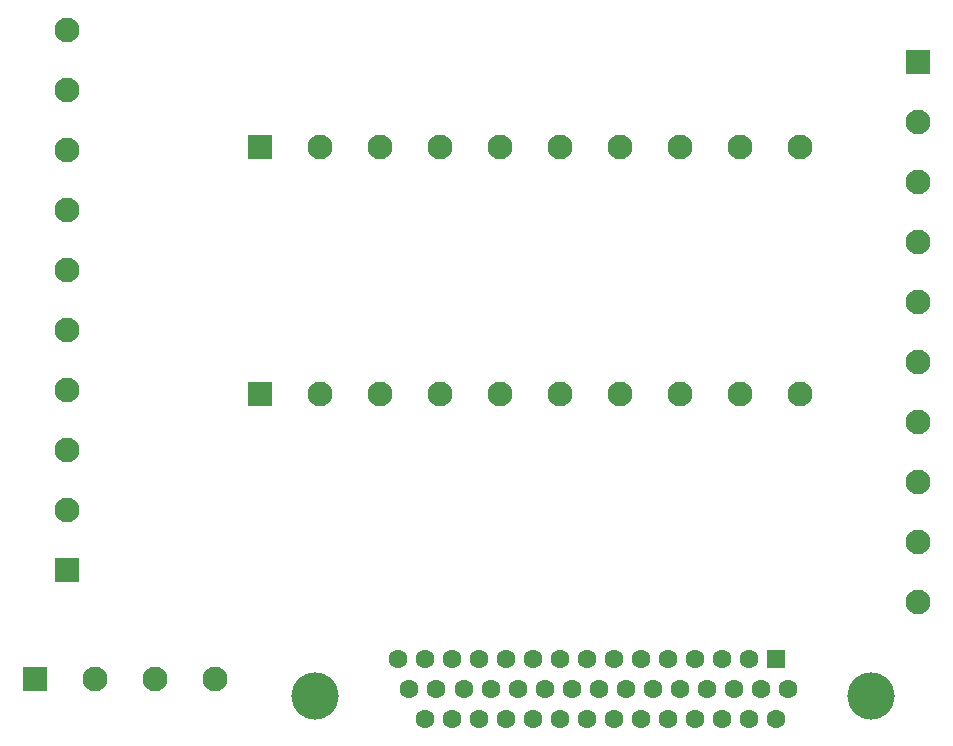
<source format=gbs>
G04 #@! TF.GenerationSoftware,KiCad,Pcbnew,9.0.4*
G04 #@! TF.CreationDate,2025-12-21T19:52:19-05:00*
G04 #@! TF.ProjectId,DB44_breakout,44423434-5f62-4726-9561-6b6f75742e6b,rev?*
G04 #@! TF.SameCoordinates,Original*
G04 #@! TF.FileFunction,Soldermask,Bot*
G04 #@! TF.FilePolarity,Negative*
%FSLAX46Y46*%
G04 Gerber Fmt 4.6, Leading zero omitted, Abs format (unit mm)*
G04 Created by KiCad (PCBNEW 9.0.4) date 2025-12-21 19:52:19*
%MOMM*%
%LPD*%
G01*
G04 APERTURE LIST*
G04 Aperture macros list*
%AMRoundRect*
0 Rectangle with rounded corners*
0 $1 Rounding radius*
0 $2 $3 $4 $5 $6 $7 $8 $9 X,Y pos of 4 corners*
0 Add a 4 corners polygon primitive as box body*
4,1,4,$2,$3,$4,$5,$6,$7,$8,$9,$2,$3,0*
0 Add four circle primitives for the rounded corners*
1,1,$1+$1,$2,$3*
1,1,$1+$1,$4,$5*
1,1,$1+$1,$6,$7*
1,1,$1+$1,$8,$9*
0 Add four rect primitives between the rounded corners*
20,1,$1+$1,$2,$3,$4,$5,0*
20,1,$1+$1,$4,$5,$6,$7,0*
20,1,$1+$1,$6,$7,$8,$9,0*
20,1,$1+$1,$8,$9,$2,$3,0*%
G04 Aperture macros list end*
%ADD10RoundRect,0.250001X-0.799999X-0.799999X0.799999X-0.799999X0.799999X0.799999X-0.799999X0.799999X0*%
%ADD11C,2.100000*%
%ADD12RoundRect,0.250001X0.799999X-0.799999X0.799999X0.799999X-0.799999X0.799999X-0.799999X-0.799999X0*%
%ADD13RoundRect,0.250001X-0.799999X0.799999X-0.799999X-0.799999X0.799999X-0.799999X0.799999X0.799999X0*%
%ADD14C,4.000000*%
%ADD15R,1.600000X1.600000*%
%ADD16C,1.600000*%
G04 APERTURE END LIST*
D10*
X116260000Y-60500000D03*
D11*
X121340000Y-60500000D03*
X126420000Y-60500000D03*
X131500000Y-60500000D03*
X136580000Y-60500000D03*
X141660000Y-60500000D03*
X146740000Y-60500000D03*
X151820000Y-60500000D03*
X156900000Y-60500000D03*
X161980000Y-60500000D03*
D10*
X97260000Y-105500000D03*
D11*
X102340000Y-105500000D03*
X107420000Y-105500000D03*
X112500000Y-105500000D03*
D12*
X100000000Y-96320000D03*
D11*
X100000000Y-91240000D03*
X100000000Y-86160000D03*
X100000000Y-81080000D03*
X100000000Y-76000000D03*
X100000000Y-70920000D03*
X100000000Y-65840000D03*
X100000000Y-60760000D03*
X100000000Y-55680000D03*
X100000000Y-50600000D03*
D13*
X172000000Y-53270000D03*
D11*
X172000000Y-58350000D03*
X172000000Y-63430000D03*
X172000000Y-68510000D03*
X172000000Y-73590000D03*
X172000000Y-78670000D03*
X172000000Y-83750000D03*
X172000000Y-88830000D03*
X172000000Y-93910000D03*
X172000000Y-98990000D03*
D14*
X120940000Y-106990000D03*
X168040000Y-106990000D03*
D15*
X160015000Y-103850000D03*
D16*
X157725000Y-103850000D03*
X155435000Y-103850000D03*
X153145000Y-103850000D03*
X150855000Y-103850000D03*
X148565000Y-103850000D03*
X146275000Y-103850000D03*
X143985000Y-103850000D03*
X141695000Y-103850000D03*
X139405000Y-103850000D03*
X137115000Y-103850000D03*
X134825000Y-103850000D03*
X132535000Y-103850000D03*
X130245000Y-103850000D03*
X127955000Y-103850000D03*
X161015000Y-106350000D03*
X158725000Y-106350000D03*
X156435000Y-106350000D03*
X154145000Y-106350000D03*
X151855000Y-106350000D03*
X149565000Y-106350000D03*
X147275000Y-106350000D03*
X144985000Y-106350000D03*
X142695000Y-106350000D03*
X140405000Y-106350000D03*
X138115000Y-106350000D03*
X135825000Y-106350000D03*
X133535000Y-106350000D03*
X131245000Y-106350000D03*
X128955000Y-106350000D03*
X160015000Y-108900000D03*
X157725000Y-108900000D03*
X155435000Y-108900000D03*
X153145000Y-108900000D03*
X150855000Y-108900000D03*
X148565000Y-108900000D03*
X146275000Y-108900000D03*
X143985000Y-108900000D03*
X141695000Y-108900000D03*
X139405000Y-108900000D03*
X137115000Y-108900000D03*
X134825000Y-108900000D03*
X132535000Y-108900000D03*
X130245000Y-108900000D03*
D10*
X116260000Y-81360000D03*
D11*
X121340000Y-81360000D03*
X126420000Y-81360000D03*
X131500000Y-81360000D03*
X136580000Y-81360000D03*
X141660000Y-81360000D03*
X146740000Y-81360000D03*
X151820000Y-81360000D03*
X156900000Y-81360000D03*
X161980000Y-81360000D03*
M02*

</source>
